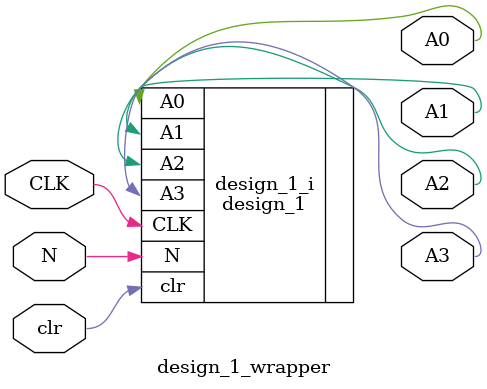
<source format=v>
`timescale 1 ps / 1 ps

module design_1_wrapper
   (A0,
    A1,
    A2,
    A3,
    CLK,
    N,
    clr);
  output A0;
  output A1;
  output A2;
  output A3;
  input CLK;
  input N;
  input clr;

  wire A0;
  wire A1;
  wire A2;
  wire A3;
  wire CLK;
  wire N;
  wire clr;

  design_1 design_1_i
       (.A0(A0),
        .A1(A1),
        .A2(A2),
        .A3(A3),
        .CLK(CLK),
        .N(N),
        .clr(clr));
endmodule

</source>
